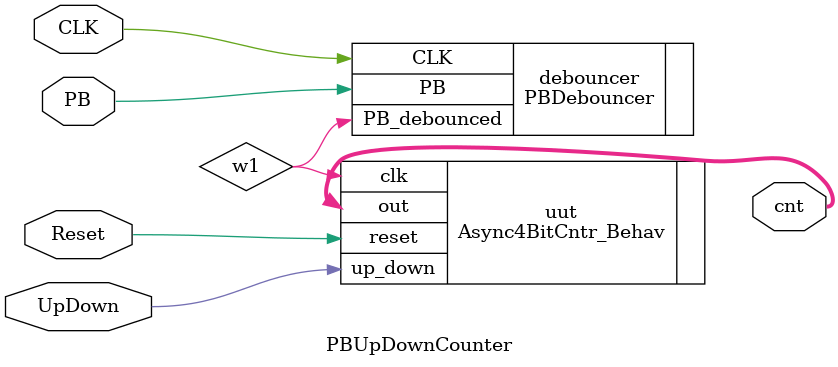
<source format=v>

`timescale 1ps/1ps
module PBUpDownCounter(
 input CLK,
 input Reset,
 input UpDown,
 input PB,
 output [3:0] cnt
);
    wire w1;
    PBDebouncer debouncer (
     .CLK(CLK),
     .PB(PB),
     .PB_debounced(w1)
    );
   Async4BitCntr_Behav uut(
    .up_down(UpDown),
    .clk(w1),
    .reset(Reset),
    .out(cnt)
    );
endmodule

</source>
